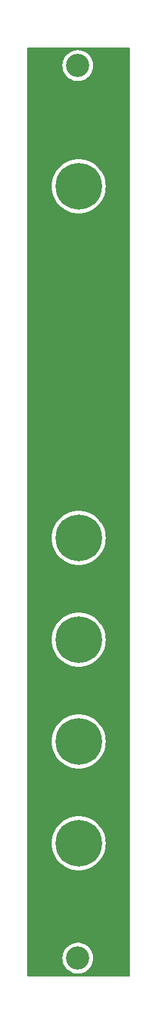
<source format=gbr>
%TF.GenerationSoftware,KiCad,Pcbnew,(6.0.1)*%
%TF.CreationDate,2022-12-13T19:10:28+02:00*%
%TF.ProjectId,BufferedMultFrontPlate3hp,42756666-6572-4656-944d-756c7446726f,rev?*%
%TF.SameCoordinates,Original*%
%TF.FileFunction,Copper,L2,Bot*%
%TF.FilePolarity,Positive*%
%FSLAX46Y46*%
G04 Gerber Fmt 4.6, Leading zero omitted, Abs format (unit mm)*
G04 Created by KiCad (PCBNEW (6.0.1)) date 2022-12-13 19:10:28*
%MOMM*%
%LPD*%
G01*
G04 APERTURE LIST*
%TA.AperFunction,ComponentPad*%
%ADD10C,6.400000*%
%TD*%
%TA.AperFunction,ComponentPad*%
%ADD11C,3.200000*%
%TD*%
G04 APERTURE END LIST*
D10*
%TO.P,,*%
%TO.N,*%
X8620000Y-96758000D03*
%TD*%
%TO.P,REF\u002A\u002A,*%
%TO.N,*%
X8620000Y-96758000D03*
%TD*%
%TO.P,REF\u002A\u002A,*%
%TO.N,*%
X8620000Y-110728000D03*
%TD*%
D11*
%TO.P,REF158\u002C4,*%
%TO.N,*%
X8500000Y-126500000D03*
%TD*%
%TO.P,REF\u002A\u002A,*%
%TO.N,*%
X8500000Y-4000000D03*
%TD*%
D10*
%TO.P,REF\u002A\u002A,*%
%TO.N,*%
X8620000Y-68818000D03*
%TD*%
%TO.P,,*%
%TO.N,*%
X8620000Y-82788000D03*
%TD*%
%TO.P,REF\u002A\u002A,*%
%TO.N,*%
X8620000Y-20558000D03*
%TD*%
%TA.AperFunction,NonConductor*%
G36*
X15594121Y-1528002D02*
G01*
X15640614Y-1581658D01*
X15652000Y-1634000D01*
X15652000Y-128866000D01*
X15631998Y-128934121D01*
X15578342Y-128980614D01*
X15526000Y-128992000D01*
X1634000Y-128992000D01*
X1565879Y-128971998D01*
X1519386Y-128918342D01*
X1508000Y-128866000D01*
X1508000Y-126477869D01*
X6386689Y-126477869D01*
X6403238Y-126764883D01*
X6404063Y-126769088D01*
X6404064Y-126769096D01*
X6436010Y-126931921D01*
X6458586Y-127046995D01*
X6459973Y-127051045D01*
X6459974Y-127051050D01*
X6550321Y-127314930D01*
X6551710Y-127318986D01*
X6680885Y-127575822D01*
X6843721Y-127812750D01*
X7037206Y-128025388D01*
X7040501Y-128028143D01*
X7040502Y-128028144D01*
X7091258Y-128070582D01*
X7257759Y-128209798D01*
X7501298Y-128362571D01*
X7763318Y-128480877D01*
X7767437Y-128482097D01*
X8034857Y-128561311D01*
X8034862Y-128561312D01*
X8038970Y-128562529D01*
X8043204Y-128563177D01*
X8043209Y-128563178D01*
X8291811Y-128601219D01*
X8323153Y-128606015D01*
X8469485Y-128608314D01*
X8606317Y-128610464D01*
X8606323Y-128610464D01*
X8610608Y-128610531D01*
X8614860Y-128610016D01*
X8614868Y-128610016D01*
X8891756Y-128576508D01*
X8891761Y-128576507D01*
X8896017Y-128575992D01*
X9174097Y-128503039D01*
X9439704Y-128393021D01*
X9687922Y-128247974D01*
X9914159Y-128070582D01*
X9955285Y-128028144D01*
X10111244Y-127867206D01*
X10114227Y-127864128D01*
X10116760Y-127860680D01*
X10116764Y-127860675D01*
X10281887Y-127635886D01*
X10284425Y-127632431D01*
X10421604Y-127379779D01*
X10523225Y-127110848D01*
X10587407Y-126830613D01*
X10612963Y-126544260D01*
X10613427Y-126500000D01*
X10593873Y-126213175D01*
X10589336Y-126191264D01*
X10536443Y-125935855D01*
X10535574Y-125931658D01*
X10439607Y-125660657D01*
X10307750Y-125405188D01*
X10294488Y-125386317D01*
X10144904Y-125173482D01*
X10142441Y-125169977D01*
X9946740Y-124959378D01*
X9724268Y-124777287D01*
X9479142Y-124627073D01*
X9461048Y-124619130D01*
X9219830Y-124513243D01*
X9215898Y-124511517D01*
X9189963Y-124504129D01*
X8943534Y-124433932D01*
X8943535Y-124433932D01*
X8939406Y-124432756D01*
X8726704Y-124402485D01*
X8659036Y-124392854D01*
X8659034Y-124392854D01*
X8654784Y-124392249D01*
X8650495Y-124392227D01*
X8650488Y-124392226D01*
X8371583Y-124390765D01*
X8371576Y-124390765D01*
X8367297Y-124390743D01*
X8363053Y-124391302D01*
X8363049Y-124391302D01*
X8237660Y-124407810D01*
X8082266Y-124428268D01*
X8078126Y-124429401D01*
X8078124Y-124429401D01*
X8001311Y-124450415D01*
X7804964Y-124504129D01*
X7801016Y-124505813D01*
X7544476Y-124615237D01*
X7544472Y-124615239D01*
X7540524Y-124616923D01*
X7415960Y-124691473D01*
X7297521Y-124762357D01*
X7297517Y-124762360D01*
X7293839Y-124764561D01*
X7069472Y-124944313D01*
X6871577Y-125152851D01*
X6703814Y-125386317D01*
X6569288Y-125640392D01*
X6470489Y-125910373D01*
X6409245Y-126191264D01*
X6386689Y-126477869D01*
X1508000Y-126477869D01*
X1508000Y-110728000D01*
X4906411Y-110728000D01*
X4926754Y-111116176D01*
X4987562Y-111500099D01*
X5088167Y-111875562D01*
X5227468Y-112238453D01*
X5403938Y-112584794D01*
X5615643Y-112910793D01*
X5860266Y-113212876D01*
X6135124Y-113487734D01*
X6437207Y-113732357D01*
X6763205Y-113944062D01*
X6766139Y-113945557D01*
X6766146Y-113945561D01*
X7106607Y-114119034D01*
X7109547Y-114120532D01*
X7472438Y-114259833D01*
X7847901Y-114360438D01*
X8051793Y-114392732D01*
X8228576Y-114420732D01*
X8228584Y-114420733D01*
X8231824Y-114421246D01*
X8620000Y-114441589D01*
X9008176Y-114421246D01*
X9011416Y-114420733D01*
X9011424Y-114420732D01*
X9188207Y-114392732D01*
X9392099Y-114360438D01*
X9767562Y-114259833D01*
X10130453Y-114120532D01*
X10133393Y-114119034D01*
X10473854Y-113945561D01*
X10473861Y-113945557D01*
X10476795Y-113944062D01*
X10802793Y-113732357D01*
X11104876Y-113487734D01*
X11379734Y-113212876D01*
X11624357Y-112910793D01*
X11836062Y-112584794D01*
X12012532Y-112238453D01*
X12151833Y-111875562D01*
X12252438Y-111500099D01*
X12313246Y-111116176D01*
X12333589Y-110728000D01*
X12313246Y-110339824D01*
X12252438Y-109955901D01*
X12151833Y-109580438D01*
X12012532Y-109217547D01*
X11836062Y-108871206D01*
X11624357Y-108545207D01*
X11379734Y-108243124D01*
X11104876Y-107968266D01*
X10802793Y-107723643D01*
X10476795Y-107511938D01*
X10473861Y-107510443D01*
X10473854Y-107510439D01*
X10133393Y-107336966D01*
X10130453Y-107335468D01*
X9767562Y-107196167D01*
X9392099Y-107095562D01*
X9188207Y-107063268D01*
X9011424Y-107035268D01*
X9011416Y-107035267D01*
X9008176Y-107034754D01*
X8620000Y-107014411D01*
X8231824Y-107034754D01*
X8228584Y-107035267D01*
X8228576Y-107035268D01*
X8051793Y-107063268D01*
X7847901Y-107095562D01*
X7472438Y-107196167D01*
X7109547Y-107335468D01*
X7106607Y-107336966D01*
X6766147Y-107510439D01*
X6766140Y-107510443D01*
X6763206Y-107511938D01*
X6437207Y-107723643D01*
X6135124Y-107968266D01*
X5860266Y-108243124D01*
X5615643Y-108545207D01*
X5403938Y-108871206D01*
X5227468Y-109217547D01*
X5088167Y-109580438D01*
X4987562Y-109955901D01*
X4926754Y-110339824D01*
X4906411Y-110728000D01*
X1508000Y-110728000D01*
X1508000Y-96758000D01*
X4906411Y-96758000D01*
X4926754Y-97146176D01*
X4987562Y-97530099D01*
X5088167Y-97905562D01*
X5227468Y-98268453D01*
X5403938Y-98614794D01*
X5615643Y-98940793D01*
X5860266Y-99242876D01*
X6135124Y-99517734D01*
X6437207Y-99762357D01*
X6763205Y-99974062D01*
X6766139Y-99975557D01*
X6766146Y-99975561D01*
X7106607Y-100149034D01*
X7109547Y-100150532D01*
X7472438Y-100289833D01*
X7847901Y-100390438D01*
X8051793Y-100422732D01*
X8228576Y-100450732D01*
X8228584Y-100450733D01*
X8231824Y-100451246D01*
X8620000Y-100471589D01*
X9008176Y-100451246D01*
X9011416Y-100450733D01*
X9011424Y-100450732D01*
X9188207Y-100422732D01*
X9392099Y-100390438D01*
X9767562Y-100289833D01*
X10130453Y-100150532D01*
X10133393Y-100149034D01*
X10473854Y-99975561D01*
X10473861Y-99975557D01*
X10476795Y-99974062D01*
X10802793Y-99762357D01*
X11104876Y-99517734D01*
X11379734Y-99242876D01*
X11624357Y-98940793D01*
X11836062Y-98614794D01*
X12012532Y-98268453D01*
X12151833Y-97905562D01*
X12252438Y-97530099D01*
X12313246Y-97146176D01*
X12333589Y-96758000D01*
X12313246Y-96369824D01*
X12252438Y-95985901D01*
X12151833Y-95610438D01*
X12012532Y-95247547D01*
X11836062Y-94901206D01*
X11624357Y-94575207D01*
X11379734Y-94273124D01*
X11104876Y-93998266D01*
X10802793Y-93753643D01*
X10476795Y-93541938D01*
X10473861Y-93540443D01*
X10473854Y-93540439D01*
X10133393Y-93366966D01*
X10130453Y-93365468D01*
X9767562Y-93226167D01*
X9392099Y-93125562D01*
X9188207Y-93093268D01*
X9011424Y-93065268D01*
X9011416Y-93065267D01*
X9008176Y-93064754D01*
X8620000Y-93044411D01*
X8231824Y-93064754D01*
X8228584Y-93065267D01*
X8228576Y-93065268D01*
X8051793Y-93093268D01*
X7847901Y-93125562D01*
X7472438Y-93226167D01*
X7109547Y-93365468D01*
X7106607Y-93366966D01*
X6766147Y-93540439D01*
X6766140Y-93540443D01*
X6763206Y-93541938D01*
X6437207Y-93753643D01*
X6135124Y-93998266D01*
X5860266Y-94273124D01*
X5615643Y-94575207D01*
X5403938Y-94901206D01*
X5227468Y-95247547D01*
X5088167Y-95610438D01*
X4987562Y-95985901D01*
X4926754Y-96369824D01*
X4906411Y-96758000D01*
X1508000Y-96758000D01*
X1508000Y-82788000D01*
X4906411Y-82788000D01*
X4926754Y-83176176D01*
X4987562Y-83560099D01*
X5088167Y-83935562D01*
X5227468Y-84298453D01*
X5403938Y-84644794D01*
X5615643Y-84970793D01*
X5860266Y-85272876D01*
X6135124Y-85547734D01*
X6437207Y-85792357D01*
X6763205Y-86004062D01*
X6766139Y-86005557D01*
X6766146Y-86005561D01*
X7106607Y-86179034D01*
X7109547Y-86180532D01*
X7472438Y-86319833D01*
X7847901Y-86420438D01*
X8051793Y-86452732D01*
X8228576Y-86480732D01*
X8228584Y-86480733D01*
X8231824Y-86481246D01*
X8620000Y-86501589D01*
X9008176Y-86481246D01*
X9011416Y-86480733D01*
X9011424Y-86480732D01*
X9188207Y-86452732D01*
X9392099Y-86420438D01*
X9767562Y-86319833D01*
X10130453Y-86180532D01*
X10133393Y-86179034D01*
X10473854Y-86005561D01*
X10473861Y-86005557D01*
X10476795Y-86004062D01*
X10802793Y-85792357D01*
X11104876Y-85547734D01*
X11379734Y-85272876D01*
X11624357Y-84970793D01*
X11836062Y-84644794D01*
X12012532Y-84298453D01*
X12151833Y-83935562D01*
X12252438Y-83560099D01*
X12313246Y-83176176D01*
X12333589Y-82788000D01*
X12313246Y-82399824D01*
X12252438Y-82015901D01*
X12151833Y-81640438D01*
X12012532Y-81277547D01*
X11836062Y-80931206D01*
X11624357Y-80605207D01*
X11379734Y-80303124D01*
X11104876Y-80028266D01*
X10802793Y-79783643D01*
X10476795Y-79571938D01*
X10473861Y-79570443D01*
X10473854Y-79570439D01*
X10133393Y-79396966D01*
X10130453Y-79395468D01*
X9767562Y-79256167D01*
X9392099Y-79155562D01*
X9188207Y-79123268D01*
X9011424Y-79095268D01*
X9011416Y-79095267D01*
X9008176Y-79094754D01*
X8620000Y-79074411D01*
X8231824Y-79094754D01*
X8228584Y-79095267D01*
X8228576Y-79095268D01*
X8051793Y-79123268D01*
X7847901Y-79155562D01*
X7472438Y-79256167D01*
X7109547Y-79395468D01*
X7106607Y-79396966D01*
X6766147Y-79570439D01*
X6766140Y-79570443D01*
X6763206Y-79571938D01*
X6437207Y-79783643D01*
X6135124Y-80028266D01*
X5860266Y-80303124D01*
X5615643Y-80605207D01*
X5403938Y-80931206D01*
X5227468Y-81277547D01*
X5088167Y-81640438D01*
X4987562Y-82015901D01*
X4926754Y-82399824D01*
X4906411Y-82788000D01*
X1508000Y-82788000D01*
X1508000Y-68818000D01*
X4906411Y-68818000D01*
X4926754Y-69206176D01*
X4987562Y-69590099D01*
X5088167Y-69965562D01*
X5227468Y-70328453D01*
X5403938Y-70674794D01*
X5615643Y-71000793D01*
X5860266Y-71302876D01*
X6135124Y-71577734D01*
X6437207Y-71822357D01*
X6763205Y-72034062D01*
X6766139Y-72035557D01*
X6766146Y-72035561D01*
X7106607Y-72209034D01*
X7109547Y-72210532D01*
X7472438Y-72349833D01*
X7847901Y-72450438D01*
X8051793Y-72482732D01*
X8228576Y-72510732D01*
X8228584Y-72510733D01*
X8231824Y-72511246D01*
X8620000Y-72531589D01*
X9008176Y-72511246D01*
X9011416Y-72510733D01*
X9011424Y-72510732D01*
X9188207Y-72482732D01*
X9392099Y-72450438D01*
X9767562Y-72349833D01*
X10130453Y-72210532D01*
X10133393Y-72209034D01*
X10473854Y-72035561D01*
X10473861Y-72035557D01*
X10476795Y-72034062D01*
X10802793Y-71822357D01*
X11104876Y-71577734D01*
X11379734Y-71302876D01*
X11624357Y-71000793D01*
X11836062Y-70674794D01*
X12012532Y-70328453D01*
X12151833Y-69965562D01*
X12252438Y-69590099D01*
X12313246Y-69206176D01*
X12333589Y-68818000D01*
X12313246Y-68429824D01*
X12252438Y-68045901D01*
X12151833Y-67670438D01*
X12012532Y-67307547D01*
X11836062Y-66961206D01*
X11624357Y-66635207D01*
X11379734Y-66333124D01*
X11104876Y-66058266D01*
X10802793Y-65813643D01*
X10476795Y-65601938D01*
X10473861Y-65600443D01*
X10473854Y-65600439D01*
X10133393Y-65426966D01*
X10130453Y-65425468D01*
X9767562Y-65286167D01*
X9392099Y-65185562D01*
X9188207Y-65153268D01*
X9011424Y-65125268D01*
X9011416Y-65125267D01*
X9008176Y-65124754D01*
X8620000Y-65104411D01*
X8231824Y-65124754D01*
X8228584Y-65125267D01*
X8228576Y-65125268D01*
X8051793Y-65153268D01*
X7847901Y-65185562D01*
X7472438Y-65286167D01*
X7109547Y-65425468D01*
X7106607Y-65426966D01*
X6766147Y-65600439D01*
X6766140Y-65600443D01*
X6763206Y-65601938D01*
X6437207Y-65813643D01*
X6135124Y-66058266D01*
X5860266Y-66333124D01*
X5615643Y-66635207D01*
X5403938Y-66961206D01*
X5227468Y-67307547D01*
X5088167Y-67670438D01*
X4987562Y-68045901D01*
X4926754Y-68429824D01*
X4906411Y-68818000D01*
X1508000Y-68818000D01*
X1508000Y-20558000D01*
X4906411Y-20558000D01*
X4926754Y-20946176D01*
X4987562Y-21330099D01*
X5088167Y-21705562D01*
X5227468Y-22068453D01*
X5403938Y-22414794D01*
X5615643Y-22740793D01*
X5860266Y-23042876D01*
X6135124Y-23317734D01*
X6437207Y-23562357D01*
X6763205Y-23774062D01*
X6766139Y-23775557D01*
X6766146Y-23775561D01*
X7106607Y-23949034D01*
X7109547Y-23950532D01*
X7472438Y-24089833D01*
X7847901Y-24190438D01*
X8051793Y-24222732D01*
X8228576Y-24250732D01*
X8228584Y-24250733D01*
X8231824Y-24251246D01*
X8620000Y-24271589D01*
X9008176Y-24251246D01*
X9011416Y-24250733D01*
X9011424Y-24250732D01*
X9188207Y-24222732D01*
X9392099Y-24190438D01*
X9767562Y-24089833D01*
X10130453Y-23950532D01*
X10133393Y-23949034D01*
X10473854Y-23775561D01*
X10473861Y-23775557D01*
X10476795Y-23774062D01*
X10802793Y-23562357D01*
X11104876Y-23317734D01*
X11379734Y-23042876D01*
X11624357Y-22740793D01*
X11836062Y-22414794D01*
X12012532Y-22068453D01*
X12151833Y-21705562D01*
X12252438Y-21330099D01*
X12313246Y-20946176D01*
X12333589Y-20558000D01*
X12313246Y-20169824D01*
X12252438Y-19785901D01*
X12151833Y-19410438D01*
X12012532Y-19047547D01*
X11836062Y-18701206D01*
X11624357Y-18375207D01*
X11379734Y-18073124D01*
X11104876Y-17798266D01*
X10802793Y-17553643D01*
X10476795Y-17341938D01*
X10473861Y-17340443D01*
X10473854Y-17340439D01*
X10133393Y-17166966D01*
X10130453Y-17165468D01*
X9767562Y-17026167D01*
X9392099Y-16925562D01*
X9188207Y-16893268D01*
X9011424Y-16865268D01*
X9011416Y-16865267D01*
X9008176Y-16864754D01*
X8620000Y-16844411D01*
X8231824Y-16864754D01*
X8228584Y-16865267D01*
X8228576Y-16865268D01*
X8051793Y-16893268D01*
X7847901Y-16925562D01*
X7472438Y-17026167D01*
X7109547Y-17165468D01*
X7106607Y-17166966D01*
X6766147Y-17340439D01*
X6766140Y-17340443D01*
X6763206Y-17341938D01*
X6437207Y-17553643D01*
X6135124Y-17798266D01*
X5860266Y-18073124D01*
X5615643Y-18375207D01*
X5403938Y-18701206D01*
X5227468Y-19047547D01*
X5088167Y-19410438D01*
X4987562Y-19785901D01*
X4926754Y-20169824D01*
X4906411Y-20558000D01*
X1508000Y-20558000D01*
X1508000Y-3977869D01*
X6386689Y-3977869D01*
X6403238Y-4264883D01*
X6404063Y-4269088D01*
X6404064Y-4269096D01*
X6436010Y-4431921D01*
X6458586Y-4546995D01*
X6459973Y-4551045D01*
X6459974Y-4551050D01*
X6550321Y-4814930D01*
X6551710Y-4818986D01*
X6680885Y-5075822D01*
X6843721Y-5312750D01*
X7037206Y-5525388D01*
X7040501Y-5528143D01*
X7040502Y-5528144D01*
X7091258Y-5570582D01*
X7257759Y-5709798D01*
X7501298Y-5862571D01*
X7763318Y-5980877D01*
X7767437Y-5982097D01*
X8034857Y-6061311D01*
X8034862Y-6061312D01*
X8038970Y-6062529D01*
X8043204Y-6063177D01*
X8043209Y-6063178D01*
X8291811Y-6101219D01*
X8323153Y-6106015D01*
X8469485Y-6108314D01*
X8606317Y-6110464D01*
X8606323Y-6110464D01*
X8610608Y-6110531D01*
X8614860Y-6110016D01*
X8614868Y-6110016D01*
X8891756Y-6076508D01*
X8891761Y-6076507D01*
X8896017Y-6075992D01*
X9174097Y-6003039D01*
X9439704Y-5893021D01*
X9687922Y-5747974D01*
X9914159Y-5570582D01*
X9955285Y-5528144D01*
X10111244Y-5367206D01*
X10114227Y-5364128D01*
X10116760Y-5360680D01*
X10116764Y-5360675D01*
X10281887Y-5135886D01*
X10284425Y-5132431D01*
X10421604Y-4879779D01*
X10523225Y-4610848D01*
X10587407Y-4330613D01*
X10612963Y-4044260D01*
X10613427Y-4000000D01*
X10593873Y-3713175D01*
X10589336Y-3691264D01*
X10536443Y-3435855D01*
X10535574Y-3431658D01*
X10439607Y-3160657D01*
X10307750Y-2905188D01*
X10294488Y-2886317D01*
X10144904Y-2673482D01*
X10142441Y-2669977D01*
X9946740Y-2459378D01*
X9724268Y-2277287D01*
X9479142Y-2127073D01*
X9461048Y-2119130D01*
X9219830Y-2013243D01*
X9215898Y-2011517D01*
X9189963Y-2004129D01*
X8943534Y-1933932D01*
X8943535Y-1933932D01*
X8939406Y-1932756D01*
X8726704Y-1902485D01*
X8659036Y-1892854D01*
X8659034Y-1892854D01*
X8654784Y-1892249D01*
X8650495Y-1892227D01*
X8650488Y-1892226D01*
X8371583Y-1890765D01*
X8371576Y-1890765D01*
X8367297Y-1890743D01*
X8363053Y-1891302D01*
X8363049Y-1891302D01*
X8237660Y-1907810D01*
X8082266Y-1928268D01*
X8078126Y-1929401D01*
X8078124Y-1929401D01*
X8001311Y-1950415D01*
X7804964Y-2004129D01*
X7801016Y-2005813D01*
X7544476Y-2115237D01*
X7544472Y-2115239D01*
X7540524Y-2116923D01*
X7415960Y-2191473D01*
X7297521Y-2262357D01*
X7297517Y-2262360D01*
X7293839Y-2264561D01*
X7069472Y-2444313D01*
X6871577Y-2652851D01*
X6703814Y-2886317D01*
X6569288Y-3140392D01*
X6470489Y-3410373D01*
X6409245Y-3691264D01*
X6386689Y-3977869D01*
X1508000Y-3977869D01*
X1508000Y-1634000D01*
X1528002Y-1565879D01*
X1581658Y-1519386D01*
X1634000Y-1508000D01*
X15526000Y-1508000D01*
X15594121Y-1528002D01*
G37*
%TD.AperFunction*%
M02*

</source>
